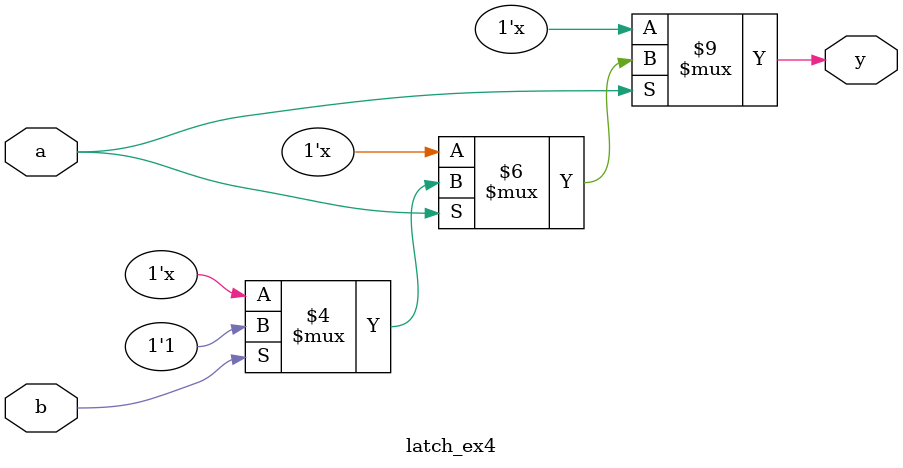
<source format=v>
`timescale 1ns / 1ps

module latch_ex4(
    input wire a,
    input wire b,
    output reg y
);
// Nested if's with out full coverage
    always @(*) begin
        if (a) begin
            if (b)
                y = 1'b1;
            // b == 0, y not assigned
        end
        // a == 0, not assigned
    end

endmodule
</source>
